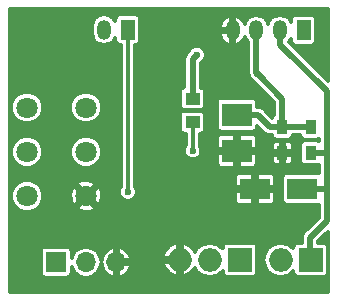
<source format=gbl>
G04 #@! TF.FileFunction,Copper,L2,Bot,Signal*
%FSLAX46Y46*%
G04 Gerber Fmt 4.6, Leading zero omitted, Abs format (unit mm)*
G04 Created by KiCad (PCBNEW 4.0.4-1.fc24-product) date Mon Apr 30 10:47:46 2018*
%MOMM*%
%LPD*%
G01*
G04 APERTURE LIST*
%ADD10C,0.100000*%
%ADD11C,1.800000*%
%ADD12O,1.998980X1.998980*%
%ADD13R,1.998980X1.998980*%
%ADD14R,1.200000X1.700000*%
%ADD15O,1.200000X1.700000*%
%ADD16R,0.900000X1.200000*%
%ADD17R,2.499360X1.800860*%
%ADD18R,1.250000X1.000000*%
%ADD19R,1.700000X1.700000*%
%ADD20O,1.700000X1.700000*%
%ADD21R,2.499360X1.950720*%
%ADD22C,0.600000*%
%ADD23C,0.500000*%
%ADD24C,0.300000*%
G04 APERTURE END LIST*
D10*
D11*
X147989370Y-106850738D03*
X147989370Y-110600738D03*
X147989370Y-114350738D03*
X152989370Y-106850738D03*
X152989370Y-110600738D03*
X152989370Y-114350738D03*
D12*
X160909370Y-119750738D03*
D13*
X165989370Y-119750738D03*
D12*
X163449370Y-119750738D03*
D14*
X156489370Y-100250738D03*
D15*
X154489370Y-100250738D03*
D14*
X171382033Y-100318381D03*
D15*
X169382033Y-100318381D03*
X167382033Y-100318381D03*
X165382033Y-100318381D03*
D12*
X169449370Y-119750738D03*
D13*
X171989370Y-119750738D03*
D16*
X171989370Y-110700738D03*
X171989370Y-108500738D03*
X169589370Y-108500738D03*
X169589370Y-110700738D03*
D17*
X171288350Y-113750738D03*
X167290390Y-113750738D03*
D18*
X161989370Y-106100738D03*
X161989370Y-108100738D03*
D19*
X150449370Y-119950738D03*
D20*
X152989370Y-119950738D03*
X155529370Y-119950738D03*
D21*
X165750000Y-107476000D03*
X165750000Y-110524000D03*
D22*
X167489370Y-104000738D03*
X158738632Y-107250000D03*
X171989370Y-116140738D03*
X163209370Y-111700738D03*
X161989370Y-110500738D03*
X162339370Y-102400738D03*
X173349370Y-108600738D03*
X156489370Y-114000738D03*
D23*
X165750000Y-107476000D02*
X167499680Y-107476000D01*
X167499680Y-107476000D02*
X168524418Y-108500738D01*
X168524418Y-108500738D02*
X169589370Y-108500738D01*
X167489370Y-104000738D02*
X169589370Y-106100738D01*
X167389370Y-103900738D02*
X167489370Y-104000738D01*
X167389370Y-100250738D02*
X167389370Y-103900738D01*
X169589370Y-106100738D02*
X169589370Y-108500738D01*
X167389370Y-100300738D02*
X167389370Y-100550738D01*
X171989370Y-108500738D02*
X169589370Y-108500738D01*
D24*
X161989370Y-108100738D02*
X161989370Y-110500738D01*
D23*
X169389370Y-100300738D02*
X169389370Y-101525718D01*
X169389370Y-101525718D02*
X173349370Y-105485718D01*
X173349370Y-108176474D02*
X173349370Y-108600738D01*
X173349370Y-105485718D02*
X173349370Y-108176474D01*
X173349370Y-110700738D02*
X173349370Y-113750738D01*
X173349370Y-113750738D02*
X173349370Y-113989398D01*
X171288350Y-113750738D02*
X173349370Y-113750738D01*
X161989370Y-106100738D02*
X161989370Y-102750738D01*
X161989370Y-102750738D02*
X162339370Y-102400738D01*
X171929370Y-117901248D02*
X171929370Y-119700738D01*
X173349370Y-108600738D02*
X173349370Y-110700738D01*
X173349370Y-113989398D02*
X173349370Y-114300738D01*
X173349370Y-114300738D02*
X173349370Y-116481248D01*
X173349370Y-116481248D02*
X171929370Y-117901248D01*
X171989370Y-110700738D02*
X172939370Y-110700738D01*
X172939370Y-110700738D02*
X173349370Y-110700738D01*
D24*
X156489370Y-100250738D02*
X156489370Y-114000738D01*
G36*
X173464370Y-104610768D02*
X170150698Y-101297096D01*
X170323217Y-101038905D01*
X170323217Y-101168381D01*
X170354595Y-101335141D01*
X170453150Y-101488300D01*
X170603528Y-101591049D01*
X170782033Y-101627197D01*
X171982033Y-101627197D01*
X172148793Y-101595819D01*
X172301952Y-101497264D01*
X172404701Y-101346886D01*
X172440849Y-101168381D01*
X172440849Y-99468381D01*
X172409471Y-99301621D01*
X172310916Y-99148462D01*
X172160538Y-99045713D01*
X171982033Y-99009565D01*
X170782033Y-99009565D01*
X170615273Y-99040943D01*
X170462114Y-99139498D01*
X170359365Y-99289876D01*
X170323217Y-99468381D01*
X170323217Y-99597857D01*
X170124495Y-99300450D01*
X169783851Y-99072838D01*
X169382033Y-98992912D01*
X168980215Y-99072838D01*
X168639571Y-99300450D01*
X168411959Y-99641094D01*
X168382033Y-99791543D01*
X168352107Y-99641094D01*
X168124495Y-99300450D01*
X167783851Y-99072838D01*
X167382033Y-98992912D01*
X166980215Y-99072838D01*
X166639571Y-99300450D01*
X166411959Y-99641094D01*
X166383752Y-99782903D01*
X166335616Y-99601308D01*
X166084288Y-99271941D01*
X165692758Y-99065411D01*
X165532033Y-99142959D01*
X165532033Y-100168381D01*
X165552033Y-100168381D01*
X165552033Y-100468381D01*
X165532033Y-100468381D01*
X165532033Y-101493803D01*
X165692758Y-101571351D01*
X166084288Y-101364821D01*
X166335616Y-101035454D01*
X166383752Y-100853859D01*
X166411959Y-100995668D01*
X166639571Y-101336312D01*
X166689370Y-101369587D01*
X166689370Y-103900738D01*
X166742654Y-104168617D01*
X166754658Y-104186582D01*
X166853181Y-104425024D01*
X167063975Y-104636186D01*
X167185209Y-104686527D01*
X168889370Y-106390687D01*
X168889370Y-107526863D01*
X168819451Y-107571855D01*
X168724480Y-107710850D01*
X167994655Y-106981025D01*
X167767559Y-106829284D01*
X167499680Y-106776000D01*
X167458496Y-106776000D01*
X167458496Y-106500640D01*
X167427118Y-106333880D01*
X167328563Y-106180721D01*
X167178185Y-106077972D01*
X166999680Y-106041824D01*
X164500320Y-106041824D01*
X164333560Y-106073202D01*
X164180401Y-106171757D01*
X164077652Y-106322135D01*
X164041504Y-106500640D01*
X164041504Y-108451360D01*
X164072882Y-108618120D01*
X164171437Y-108771279D01*
X164321815Y-108874028D01*
X164500320Y-108910176D01*
X166999680Y-108910176D01*
X167166440Y-108878798D01*
X167319599Y-108780243D01*
X167422348Y-108629865D01*
X167458496Y-108451360D01*
X167458496Y-108424766D01*
X168029441Y-108995710D01*
X168029443Y-108995713D01*
X168256540Y-109147454D01*
X168524418Y-109200738D01*
X168699370Y-109200738D01*
X168711932Y-109267498D01*
X168810487Y-109420657D01*
X168960865Y-109523406D01*
X169139370Y-109559554D01*
X170039370Y-109559554D01*
X170206130Y-109528176D01*
X170359289Y-109429621D01*
X170462038Y-109279243D01*
X170477936Y-109200738D01*
X171099370Y-109200738D01*
X171111932Y-109267498D01*
X171210487Y-109420657D01*
X171360865Y-109523406D01*
X171539370Y-109559554D01*
X172439370Y-109559554D01*
X172606130Y-109528176D01*
X172649370Y-109500352D01*
X172649370Y-109699590D01*
X172617875Y-109678070D01*
X172439370Y-109641922D01*
X171539370Y-109641922D01*
X171372610Y-109673300D01*
X171219451Y-109771855D01*
X171116702Y-109922233D01*
X171080554Y-110100738D01*
X171080554Y-111300738D01*
X171111932Y-111467498D01*
X171210487Y-111620657D01*
X171360865Y-111723406D01*
X171539370Y-111759554D01*
X172439370Y-111759554D01*
X172606130Y-111728176D01*
X172649370Y-111700352D01*
X172649370Y-112414039D01*
X172538030Y-112391492D01*
X170038670Y-112391492D01*
X169871910Y-112422870D01*
X169718751Y-112521425D01*
X169616002Y-112671803D01*
X169579854Y-112850308D01*
X169579854Y-114651168D01*
X169611232Y-114817928D01*
X169709787Y-114971087D01*
X169860165Y-115073836D01*
X170038670Y-115109984D01*
X172538030Y-115109984D01*
X172649370Y-115089034D01*
X172649370Y-116191298D01*
X171434395Y-117406273D01*
X171282654Y-117633369D01*
X171282654Y-117633370D01*
X171229370Y-117901248D01*
X171229370Y-118292432D01*
X170989880Y-118292432D01*
X170823120Y-118323810D01*
X170669961Y-118422365D01*
X170567212Y-118572743D01*
X170531064Y-118751248D01*
X170531064Y-118768227D01*
X170502711Y-118725794D01*
X170032463Y-118411584D01*
X169477767Y-118301248D01*
X169420973Y-118301248D01*
X168866277Y-118411584D01*
X168396029Y-118725794D01*
X168081819Y-119196042D01*
X167971483Y-119750738D01*
X168081819Y-120305434D01*
X168396029Y-120775682D01*
X168866277Y-121089892D01*
X169420973Y-121200228D01*
X169477767Y-121200228D01*
X170032463Y-121089892D01*
X170502711Y-120775682D01*
X170531064Y-120733249D01*
X170531064Y-120750228D01*
X170562442Y-120916988D01*
X170660997Y-121070147D01*
X170811375Y-121172896D01*
X170989880Y-121209044D01*
X172988860Y-121209044D01*
X173155620Y-121177666D01*
X173308779Y-121079111D01*
X173411528Y-120928733D01*
X173447676Y-120750228D01*
X173447676Y-118751248D01*
X173416298Y-118584488D01*
X173317743Y-118431329D01*
X173167365Y-118328580D01*
X172988860Y-118292432D01*
X172629370Y-118292432D01*
X172629370Y-118191198D01*
X173464370Y-117356198D01*
X173464370Y-122475738D01*
X146514370Y-122475738D01*
X146514370Y-119100738D01*
X149140554Y-119100738D01*
X149140554Y-120800738D01*
X149171932Y-120967498D01*
X149270487Y-121120657D01*
X149420865Y-121223406D01*
X149599370Y-121259554D01*
X151299370Y-121259554D01*
X151466130Y-121228176D01*
X151619289Y-121129621D01*
X151722038Y-120979243D01*
X151758186Y-120800738D01*
X151758186Y-120322167D01*
X151788327Y-120473695D01*
X152070131Y-120895446D01*
X152491882Y-121177250D01*
X152989370Y-121276207D01*
X153486858Y-121177250D01*
X153908609Y-120895446D01*
X154190413Y-120473695D01*
X154264599Y-120100740D01*
X154350539Y-120100740D01*
X154277404Y-120300900D01*
X154506705Y-120753352D01*
X154891698Y-121083614D01*
X155179210Y-121202692D01*
X155379370Y-121128726D01*
X155379370Y-120100738D01*
X155679370Y-120100738D01*
X155679370Y-121128726D01*
X155879530Y-121202692D01*
X156167042Y-121083614D01*
X156552035Y-120753352D01*
X156781336Y-120300900D01*
X156716855Y-120124424D01*
X159508877Y-120124424D01*
X159654827Y-120476807D01*
X160028178Y-120901631D01*
X160535682Y-121151242D01*
X160759370Y-121079957D01*
X160759370Y-119900738D01*
X159580821Y-119900738D01*
X159508877Y-120124424D01*
X156716855Y-120124424D01*
X156708200Y-120100738D01*
X155679370Y-120100738D01*
X155379370Y-120100738D01*
X155359370Y-120100738D01*
X155359370Y-119800738D01*
X155379370Y-119800738D01*
X155379370Y-118772750D01*
X155679370Y-118772750D01*
X155679370Y-119800738D01*
X156708200Y-119800738D01*
X156781336Y-119600576D01*
X156668055Y-119377052D01*
X159508877Y-119377052D01*
X159580821Y-119600738D01*
X160759370Y-119600738D01*
X160759370Y-118421519D01*
X161059370Y-118421519D01*
X161059370Y-119600738D01*
X161079370Y-119600738D01*
X161079370Y-119900738D01*
X161059370Y-119900738D01*
X161059370Y-121079957D01*
X161283058Y-121151242D01*
X161790562Y-120901631D01*
X162163913Y-120476807D01*
X162176317Y-120446860D01*
X162396029Y-120775682D01*
X162866277Y-121089892D01*
X163420973Y-121200228D01*
X163477767Y-121200228D01*
X164032463Y-121089892D01*
X164502711Y-120775682D01*
X164531064Y-120733249D01*
X164531064Y-120750228D01*
X164562442Y-120916988D01*
X164660997Y-121070147D01*
X164811375Y-121172896D01*
X164989880Y-121209044D01*
X166988860Y-121209044D01*
X167155620Y-121177666D01*
X167308779Y-121079111D01*
X167411528Y-120928733D01*
X167447676Y-120750228D01*
X167447676Y-118751248D01*
X167416298Y-118584488D01*
X167317743Y-118431329D01*
X167167365Y-118328580D01*
X166988860Y-118292432D01*
X164989880Y-118292432D01*
X164823120Y-118323810D01*
X164669961Y-118422365D01*
X164567212Y-118572743D01*
X164531064Y-118751248D01*
X164531064Y-118768227D01*
X164502711Y-118725794D01*
X164032463Y-118411584D01*
X163477767Y-118301248D01*
X163420973Y-118301248D01*
X162866277Y-118411584D01*
X162396029Y-118725794D01*
X162176317Y-119054616D01*
X162163913Y-119024669D01*
X161790562Y-118599845D01*
X161283058Y-118350234D01*
X161059370Y-118421519D01*
X160759370Y-118421519D01*
X160535682Y-118350234D01*
X160028178Y-118599845D01*
X159654827Y-119024669D01*
X159508877Y-119377052D01*
X156668055Y-119377052D01*
X156552035Y-119148124D01*
X156167042Y-118817862D01*
X155879530Y-118698784D01*
X155679370Y-118772750D01*
X155379370Y-118772750D01*
X155179210Y-118698784D01*
X154891698Y-118817862D01*
X154506705Y-119148124D01*
X154277404Y-119600576D01*
X154350539Y-119800736D01*
X154264599Y-119800736D01*
X154190413Y-119427781D01*
X153908609Y-119006030D01*
X153486858Y-118724226D01*
X152989370Y-118625269D01*
X152491882Y-118724226D01*
X152070131Y-119006030D01*
X151788327Y-119427781D01*
X151758186Y-119579309D01*
X151758186Y-119100738D01*
X151726808Y-118933978D01*
X151628253Y-118780819D01*
X151477875Y-118678070D01*
X151299370Y-118641922D01*
X149599370Y-118641922D01*
X149432610Y-118673300D01*
X149279451Y-118771855D01*
X149176702Y-118922233D01*
X149140554Y-119100738D01*
X146514370Y-119100738D01*
X146514370Y-114618091D01*
X146639136Y-114618091D01*
X146844228Y-115114453D01*
X147223658Y-115494545D01*
X147719660Y-115700503D01*
X148256723Y-115700972D01*
X148753085Y-115495880D01*
X148904995Y-115344234D01*
X152208006Y-115344234D01*
X152306486Y-115545843D01*
X152815814Y-115716200D01*
X153351566Y-115678677D01*
X153672254Y-115545843D01*
X153770734Y-115344234D01*
X152989370Y-114562870D01*
X152208006Y-115344234D01*
X148904995Y-115344234D01*
X149133177Y-115116450D01*
X149339135Y-114620448D01*
X149339522Y-114177182D01*
X151623908Y-114177182D01*
X151661431Y-114712934D01*
X151794265Y-115033622D01*
X151995874Y-115132102D01*
X152777238Y-114350738D01*
X153201502Y-114350738D01*
X153982866Y-115132102D01*
X154184475Y-115033622D01*
X154354832Y-114524294D01*
X154317309Y-113988542D01*
X154184475Y-113667854D01*
X153982866Y-113569374D01*
X153201502Y-114350738D01*
X152777238Y-114350738D01*
X151995874Y-113569374D01*
X151794265Y-113667854D01*
X151623908Y-114177182D01*
X149339522Y-114177182D01*
X149339604Y-114083385D01*
X149134512Y-113587023D01*
X148905132Y-113357242D01*
X152208006Y-113357242D01*
X152989370Y-114138606D01*
X153770734Y-113357242D01*
X153672254Y-113155633D01*
X153162926Y-112985276D01*
X152627174Y-113022799D01*
X152306486Y-113155633D01*
X152208006Y-113357242D01*
X148905132Y-113357242D01*
X148755082Y-113206931D01*
X148259080Y-113000973D01*
X147722017Y-113000504D01*
X147225655Y-113205596D01*
X146845563Y-113585026D01*
X146639605Y-114081028D01*
X146639136Y-114618091D01*
X146514370Y-114618091D01*
X146514370Y-110868091D01*
X146639136Y-110868091D01*
X146844228Y-111364453D01*
X147223658Y-111744545D01*
X147719660Y-111950503D01*
X148256723Y-111950972D01*
X148753085Y-111745880D01*
X149133177Y-111366450D01*
X149339135Y-110870448D01*
X149339137Y-110868091D01*
X151639136Y-110868091D01*
X151844228Y-111364453D01*
X152223658Y-111744545D01*
X152719660Y-111950503D01*
X153256723Y-111950972D01*
X153753085Y-111745880D01*
X154133177Y-111366450D01*
X154339135Y-110870448D01*
X154339604Y-110333385D01*
X154134512Y-109837023D01*
X153755082Y-109456931D01*
X153259080Y-109250973D01*
X152722017Y-109250504D01*
X152225655Y-109455596D01*
X151845563Y-109835026D01*
X151639605Y-110331028D01*
X151639136Y-110868091D01*
X149339137Y-110868091D01*
X149339604Y-110333385D01*
X149134512Y-109837023D01*
X148755082Y-109456931D01*
X148259080Y-109250973D01*
X147722017Y-109250504D01*
X147225655Y-109455596D01*
X146845563Y-109835026D01*
X146639605Y-110331028D01*
X146639136Y-110868091D01*
X146514370Y-110868091D01*
X146514370Y-107118091D01*
X146639136Y-107118091D01*
X146844228Y-107614453D01*
X147223658Y-107994545D01*
X147719660Y-108200503D01*
X148256723Y-108200972D01*
X148753085Y-107995880D01*
X149133177Y-107616450D01*
X149339135Y-107120448D01*
X149339137Y-107118091D01*
X151639136Y-107118091D01*
X151844228Y-107614453D01*
X152223658Y-107994545D01*
X152719660Y-108200503D01*
X153256723Y-108200972D01*
X153753085Y-107995880D01*
X154133177Y-107616450D01*
X154339135Y-107120448D01*
X154339604Y-106583385D01*
X154134512Y-106087023D01*
X153755082Y-105706931D01*
X153259080Y-105500973D01*
X152722017Y-105500504D01*
X152225655Y-105705596D01*
X151845563Y-106085026D01*
X151639605Y-106581028D01*
X151639136Y-107118091D01*
X149339137Y-107118091D01*
X149339604Y-106583385D01*
X149134512Y-106087023D01*
X148755082Y-105706931D01*
X148259080Y-105500973D01*
X147722017Y-105500504D01*
X147225655Y-105705596D01*
X146845563Y-106085026D01*
X146639605Y-106581028D01*
X146639136Y-107118091D01*
X146514370Y-107118091D01*
X146514370Y-99975269D01*
X153439370Y-99975269D01*
X153439370Y-100526207D01*
X153519296Y-100928025D01*
X153746908Y-101268669D01*
X154087552Y-101496281D01*
X154489370Y-101576207D01*
X154891188Y-101496281D01*
X155231832Y-101268669D01*
X155430554Y-100971262D01*
X155430554Y-101100738D01*
X155461932Y-101267498D01*
X155560487Y-101420657D01*
X155710865Y-101523406D01*
X155889370Y-101559554D01*
X155889370Y-113539957D01*
X155853922Y-113575343D01*
X155739501Y-113850899D01*
X155739240Y-114149268D01*
X155853181Y-114425024D01*
X156063975Y-114636186D01*
X156339531Y-114750607D01*
X156637900Y-114750868D01*
X156913656Y-114636927D01*
X157124818Y-114426133D01*
X157239239Y-114150577D01*
X157239359Y-114013238D01*
X165590710Y-114013238D01*
X165590710Y-114740678D01*
X165659218Y-114906072D01*
X165785805Y-115032659D01*
X165951199Y-115101168D01*
X167027890Y-115101168D01*
X167140390Y-114988668D01*
X167140390Y-113900738D01*
X167440390Y-113900738D01*
X167440390Y-114988668D01*
X167552890Y-115101168D01*
X168629581Y-115101168D01*
X168794975Y-115032659D01*
X168921562Y-114906072D01*
X168990070Y-114740678D01*
X168990070Y-114013238D01*
X168877570Y-113900738D01*
X167440390Y-113900738D01*
X167140390Y-113900738D01*
X165703210Y-113900738D01*
X165590710Y-114013238D01*
X157239359Y-114013238D01*
X157239500Y-113852208D01*
X157125559Y-113576452D01*
X157089370Y-113540200D01*
X157089370Y-112760798D01*
X165590710Y-112760798D01*
X165590710Y-113488238D01*
X165703210Y-113600738D01*
X167140390Y-113600738D01*
X167140390Y-112512808D01*
X167440390Y-112512808D01*
X167440390Y-113600738D01*
X168877570Y-113600738D01*
X168990070Y-113488238D01*
X168990070Y-112760798D01*
X168921562Y-112595404D01*
X168794975Y-112468817D01*
X168629581Y-112400308D01*
X167552890Y-112400308D01*
X167440390Y-112512808D01*
X167140390Y-112512808D01*
X167027890Y-112400308D01*
X165951199Y-112400308D01*
X165785805Y-112468817D01*
X165659218Y-112595404D01*
X165590710Y-112760798D01*
X157089370Y-112760798D01*
X157089370Y-107600738D01*
X160905554Y-107600738D01*
X160905554Y-108600738D01*
X160936932Y-108767498D01*
X161035487Y-108920657D01*
X161185865Y-109023406D01*
X161364370Y-109059554D01*
X161389370Y-109059554D01*
X161389370Y-110039957D01*
X161353922Y-110075343D01*
X161239501Y-110350899D01*
X161239240Y-110649268D01*
X161353181Y-110925024D01*
X161563975Y-111136186D01*
X161839531Y-111250607D01*
X162137900Y-111250868D01*
X162413656Y-111136927D01*
X162624818Y-110926133D01*
X162682798Y-110786500D01*
X164050320Y-110786500D01*
X164050320Y-111588871D01*
X164118829Y-111754265D01*
X164245416Y-111880852D01*
X164410810Y-111949360D01*
X165487500Y-111949360D01*
X165600000Y-111836860D01*
X165600000Y-110674000D01*
X165900000Y-110674000D01*
X165900000Y-111836860D01*
X166012500Y-111949360D01*
X167089190Y-111949360D01*
X167254584Y-111880852D01*
X167381171Y-111754265D01*
X167449680Y-111588871D01*
X167449680Y-110963238D01*
X168689370Y-110963238D01*
X168689370Y-111390249D01*
X168757879Y-111555643D01*
X168884466Y-111682230D01*
X169049860Y-111750738D01*
X169326870Y-111750738D01*
X169439370Y-111638238D01*
X169439370Y-110850738D01*
X169739370Y-110850738D01*
X169739370Y-111638238D01*
X169851870Y-111750738D01*
X170128880Y-111750738D01*
X170294274Y-111682230D01*
X170420861Y-111555643D01*
X170489370Y-111390249D01*
X170489370Y-110963238D01*
X170376870Y-110850738D01*
X169739370Y-110850738D01*
X169439370Y-110850738D01*
X168801870Y-110850738D01*
X168689370Y-110963238D01*
X167449680Y-110963238D01*
X167449680Y-110786500D01*
X167337180Y-110674000D01*
X165900000Y-110674000D01*
X165600000Y-110674000D01*
X164162820Y-110674000D01*
X164050320Y-110786500D01*
X162682798Y-110786500D01*
X162739239Y-110650577D01*
X162739500Y-110352208D01*
X162625559Y-110076452D01*
X162589370Y-110040200D01*
X162589370Y-109459129D01*
X164050320Y-109459129D01*
X164050320Y-110261500D01*
X164162820Y-110374000D01*
X165600000Y-110374000D01*
X165600000Y-109211140D01*
X165900000Y-109211140D01*
X165900000Y-110374000D01*
X167337180Y-110374000D01*
X167449680Y-110261500D01*
X167449680Y-110011227D01*
X168689370Y-110011227D01*
X168689370Y-110438238D01*
X168801870Y-110550738D01*
X169439370Y-110550738D01*
X169439370Y-109763238D01*
X169739370Y-109763238D01*
X169739370Y-110550738D01*
X170376870Y-110550738D01*
X170489370Y-110438238D01*
X170489370Y-110011227D01*
X170420861Y-109845833D01*
X170294274Y-109719246D01*
X170128880Y-109650738D01*
X169851870Y-109650738D01*
X169739370Y-109763238D01*
X169439370Y-109763238D01*
X169326870Y-109650738D01*
X169049860Y-109650738D01*
X168884466Y-109719246D01*
X168757879Y-109845833D01*
X168689370Y-110011227D01*
X167449680Y-110011227D01*
X167449680Y-109459129D01*
X167381171Y-109293735D01*
X167254584Y-109167148D01*
X167089190Y-109098640D01*
X166012500Y-109098640D01*
X165900000Y-109211140D01*
X165600000Y-109211140D01*
X165487500Y-109098640D01*
X164410810Y-109098640D01*
X164245416Y-109167148D01*
X164118829Y-109293735D01*
X164050320Y-109459129D01*
X162589370Y-109459129D01*
X162589370Y-109059554D01*
X162614370Y-109059554D01*
X162781130Y-109028176D01*
X162934289Y-108929621D01*
X163037038Y-108779243D01*
X163073186Y-108600738D01*
X163073186Y-107600738D01*
X163041808Y-107433978D01*
X162943253Y-107280819D01*
X162792875Y-107178070D01*
X162614370Y-107141922D01*
X161364370Y-107141922D01*
X161197610Y-107173300D01*
X161044451Y-107271855D01*
X160941702Y-107422233D01*
X160905554Y-107600738D01*
X157089370Y-107600738D01*
X157089370Y-105600738D01*
X160905554Y-105600738D01*
X160905554Y-106600738D01*
X160936932Y-106767498D01*
X161035487Y-106920657D01*
X161185865Y-107023406D01*
X161364370Y-107059554D01*
X162614370Y-107059554D01*
X162781130Y-107028176D01*
X162934289Y-106929621D01*
X163037038Y-106779243D01*
X163073186Y-106600738D01*
X163073186Y-105600738D01*
X163041808Y-105433978D01*
X162943253Y-105280819D01*
X162792875Y-105178070D01*
X162689370Y-105157110D01*
X162689370Y-103067622D01*
X162763656Y-103036927D01*
X162974818Y-102826133D01*
X163089239Y-102550577D01*
X163089500Y-102252208D01*
X162975559Y-101976452D01*
X162764765Y-101765290D01*
X162489209Y-101650869D01*
X162190840Y-101650608D01*
X161915084Y-101764549D01*
X161703922Y-101975343D01*
X161653581Y-102096577D01*
X161494395Y-102255763D01*
X161342654Y-102482859D01*
X161342654Y-102482860D01*
X161289370Y-102750738D01*
X161289370Y-105156034D01*
X161197610Y-105173300D01*
X161044451Y-105271855D01*
X160941702Y-105422233D01*
X160905554Y-105600738D01*
X157089370Y-105600738D01*
X157089370Y-101559554D01*
X157256130Y-101528176D01*
X157409289Y-101429621D01*
X157512038Y-101279243D01*
X157548186Y-101100738D01*
X157548186Y-100634980D01*
X164322296Y-100634980D01*
X164428450Y-101035454D01*
X164679778Y-101364821D01*
X165071308Y-101571351D01*
X165232033Y-101493803D01*
X165232033Y-100468381D01*
X164437425Y-100468381D01*
X164322296Y-100634980D01*
X157548186Y-100634980D01*
X157548186Y-100001782D01*
X164322296Y-100001782D01*
X164437425Y-100168381D01*
X165232033Y-100168381D01*
X165232033Y-99142959D01*
X165071308Y-99065411D01*
X164679778Y-99271941D01*
X164428450Y-99601308D01*
X164322296Y-100001782D01*
X157548186Y-100001782D01*
X157548186Y-99400738D01*
X157516808Y-99233978D01*
X157418253Y-99080819D01*
X157267875Y-98978070D01*
X157089370Y-98941922D01*
X155889370Y-98941922D01*
X155722610Y-98973300D01*
X155569451Y-99071855D01*
X155466702Y-99222233D01*
X155430554Y-99400738D01*
X155430554Y-99530214D01*
X155231832Y-99232807D01*
X154891188Y-99005195D01*
X154489370Y-98925269D01*
X154087552Y-99005195D01*
X153746908Y-99232807D01*
X153519296Y-99573451D01*
X153439370Y-99975269D01*
X146514370Y-99975269D01*
X146514370Y-98525738D01*
X173464370Y-98525738D01*
X173464370Y-104610768D01*
X173464370Y-104610768D01*
G37*
X173464370Y-104610768D02*
X170150698Y-101297096D01*
X170323217Y-101038905D01*
X170323217Y-101168381D01*
X170354595Y-101335141D01*
X170453150Y-101488300D01*
X170603528Y-101591049D01*
X170782033Y-101627197D01*
X171982033Y-101627197D01*
X172148793Y-101595819D01*
X172301952Y-101497264D01*
X172404701Y-101346886D01*
X172440849Y-101168381D01*
X172440849Y-99468381D01*
X172409471Y-99301621D01*
X172310916Y-99148462D01*
X172160538Y-99045713D01*
X171982033Y-99009565D01*
X170782033Y-99009565D01*
X170615273Y-99040943D01*
X170462114Y-99139498D01*
X170359365Y-99289876D01*
X170323217Y-99468381D01*
X170323217Y-99597857D01*
X170124495Y-99300450D01*
X169783851Y-99072838D01*
X169382033Y-98992912D01*
X168980215Y-99072838D01*
X168639571Y-99300450D01*
X168411959Y-99641094D01*
X168382033Y-99791543D01*
X168352107Y-99641094D01*
X168124495Y-99300450D01*
X167783851Y-99072838D01*
X167382033Y-98992912D01*
X166980215Y-99072838D01*
X166639571Y-99300450D01*
X166411959Y-99641094D01*
X166383752Y-99782903D01*
X166335616Y-99601308D01*
X166084288Y-99271941D01*
X165692758Y-99065411D01*
X165532033Y-99142959D01*
X165532033Y-100168381D01*
X165552033Y-100168381D01*
X165552033Y-100468381D01*
X165532033Y-100468381D01*
X165532033Y-101493803D01*
X165692758Y-101571351D01*
X166084288Y-101364821D01*
X166335616Y-101035454D01*
X166383752Y-100853859D01*
X166411959Y-100995668D01*
X166639571Y-101336312D01*
X166689370Y-101369587D01*
X166689370Y-103900738D01*
X166742654Y-104168617D01*
X166754658Y-104186582D01*
X166853181Y-104425024D01*
X167063975Y-104636186D01*
X167185209Y-104686527D01*
X168889370Y-106390687D01*
X168889370Y-107526863D01*
X168819451Y-107571855D01*
X168724480Y-107710850D01*
X167994655Y-106981025D01*
X167767559Y-106829284D01*
X167499680Y-106776000D01*
X167458496Y-106776000D01*
X167458496Y-106500640D01*
X167427118Y-106333880D01*
X167328563Y-106180721D01*
X167178185Y-106077972D01*
X166999680Y-106041824D01*
X164500320Y-106041824D01*
X164333560Y-106073202D01*
X164180401Y-106171757D01*
X164077652Y-106322135D01*
X164041504Y-106500640D01*
X164041504Y-108451360D01*
X164072882Y-108618120D01*
X164171437Y-108771279D01*
X164321815Y-108874028D01*
X164500320Y-108910176D01*
X166999680Y-108910176D01*
X167166440Y-108878798D01*
X167319599Y-108780243D01*
X167422348Y-108629865D01*
X167458496Y-108451360D01*
X167458496Y-108424766D01*
X168029441Y-108995710D01*
X168029443Y-108995713D01*
X168256540Y-109147454D01*
X168524418Y-109200738D01*
X168699370Y-109200738D01*
X168711932Y-109267498D01*
X168810487Y-109420657D01*
X168960865Y-109523406D01*
X169139370Y-109559554D01*
X170039370Y-109559554D01*
X170206130Y-109528176D01*
X170359289Y-109429621D01*
X170462038Y-109279243D01*
X170477936Y-109200738D01*
X171099370Y-109200738D01*
X171111932Y-109267498D01*
X171210487Y-109420657D01*
X171360865Y-109523406D01*
X171539370Y-109559554D01*
X172439370Y-109559554D01*
X172606130Y-109528176D01*
X172649370Y-109500352D01*
X172649370Y-109699590D01*
X172617875Y-109678070D01*
X172439370Y-109641922D01*
X171539370Y-109641922D01*
X171372610Y-109673300D01*
X171219451Y-109771855D01*
X171116702Y-109922233D01*
X171080554Y-110100738D01*
X171080554Y-111300738D01*
X171111932Y-111467498D01*
X171210487Y-111620657D01*
X171360865Y-111723406D01*
X171539370Y-111759554D01*
X172439370Y-111759554D01*
X172606130Y-111728176D01*
X172649370Y-111700352D01*
X172649370Y-112414039D01*
X172538030Y-112391492D01*
X170038670Y-112391492D01*
X169871910Y-112422870D01*
X169718751Y-112521425D01*
X169616002Y-112671803D01*
X169579854Y-112850308D01*
X169579854Y-114651168D01*
X169611232Y-114817928D01*
X169709787Y-114971087D01*
X169860165Y-115073836D01*
X170038670Y-115109984D01*
X172538030Y-115109984D01*
X172649370Y-115089034D01*
X172649370Y-116191298D01*
X171434395Y-117406273D01*
X171282654Y-117633369D01*
X171282654Y-117633370D01*
X171229370Y-117901248D01*
X171229370Y-118292432D01*
X170989880Y-118292432D01*
X170823120Y-118323810D01*
X170669961Y-118422365D01*
X170567212Y-118572743D01*
X170531064Y-118751248D01*
X170531064Y-118768227D01*
X170502711Y-118725794D01*
X170032463Y-118411584D01*
X169477767Y-118301248D01*
X169420973Y-118301248D01*
X168866277Y-118411584D01*
X168396029Y-118725794D01*
X168081819Y-119196042D01*
X167971483Y-119750738D01*
X168081819Y-120305434D01*
X168396029Y-120775682D01*
X168866277Y-121089892D01*
X169420973Y-121200228D01*
X169477767Y-121200228D01*
X170032463Y-121089892D01*
X170502711Y-120775682D01*
X170531064Y-120733249D01*
X170531064Y-120750228D01*
X170562442Y-120916988D01*
X170660997Y-121070147D01*
X170811375Y-121172896D01*
X170989880Y-121209044D01*
X172988860Y-121209044D01*
X173155620Y-121177666D01*
X173308779Y-121079111D01*
X173411528Y-120928733D01*
X173447676Y-120750228D01*
X173447676Y-118751248D01*
X173416298Y-118584488D01*
X173317743Y-118431329D01*
X173167365Y-118328580D01*
X172988860Y-118292432D01*
X172629370Y-118292432D01*
X172629370Y-118191198D01*
X173464370Y-117356198D01*
X173464370Y-122475738D01*
X146514370Y-122475738D01*
X146514370Y-119100738D01*
X149140554Y-119100738D01*
X149140554Y-120800738D01*
X149171932Y-120967498D01*
X149270487Y-121120657D01*
X149420865Y-121223406D01*
X149599370Y-121259554D01*
X151299370Y-121259554D01*
X151466130Y-121228176D01*
X151619289Y-121129621D01*
X151722038Y-120979243D01*
X151758186Y-120800738D01*
X151758186Y-120322167D01*
X151788327Y-120473695D01*
X152070131Y-120895446D01*
X152491882Y-121177250D01*
X152989370Y-121276207D01*
X153486858Y-121177250D01*
X153908609Y-120895446D01*
X154190413Y-120473695D01*
X154264599Y-120100740D01*
X154350539Y-120100740D01*
X154277404Y-120300900D01*
X154506705Y-120753352D01*
X154891698Y-121083614D01*
X155179210Y-121202692D01*
X155379370Y-121128726D01*
X155379370Y-120100738D01*
X155679370Y-120100738D01*
X155679370Y-121128726D01*
X155879530Y-121202692D01*
X156167042Y-121083614D01*
X156552035Y-120753352D01*
X156781336Y-120300900D01*
X156716855Y-120124424D01*
X159508877Y-120124424D01*
X159654827Y-120476807D01*
X160028178Y-120901631D01*
X160535682Y-121151242D01*
X160759370Y-121079957D01*
X160759370Y-119900738D01*
X159580821Y-119900738D01*
X159508877Y-120124424D01*
X156716855Y-120124424D01*
X156708200Y-120100738D01*
X155679370Y-120100738D01*
X155379370Y-120100738D01*
X155359370Y-120100738D01*
X155359370Y-119800738D01*
X155379370Y-119800738D01*
X155379370Y-118772750D01*
X155679370Y-118772750D01*
X155679370Y-119800738D01*
X156708200Y-119800738D01*
X156781336Y-119600576D01*
X156668055Y-119377052D01*
X159508877Y-119377052D01*
X159580821Y-119600738D01*
X160759370Y-119600738D01*
X160759370Y-118421519D01*
X161059370Y-118421519D01*
X161059370Y-119600738D01*
X161079370Y-119600738D01*
X161079370Y-119900738D01*
X161059370Y-119900738D01*
X161059370Y-121079957D01*
X161283058Y-121151242D01*
X161790562Y-120901631D01*
X162163913Y-120476807D01*
X162176317Y-120446860D01*
X162396029Y-120775682D01*
X162866277Y-121089892D01*
X163420973Y-121200228D01*
X163477767Y-121200228D01*
X164032463Y-121089892D01*
X164502711Y-120775682D01*
X164531064Y-120733249D01*
X164531064Y-120750228D01*
X164562442Y-120916988D01*
X164660997Y-121070147D01*
X164811375Y-121172896D01*
X164989880Y-121209044D01*
X166988860Y-121209044D01*
X167155620Y-121177666D01*
X167308779Y-121079111D01*
X167411528Y-120928733D01*
X167447676Y-120750228D01*
X167447676Y-118751248D01*
X167416298Y-118584488D01*
X167317743Y-118431329D01*
X167167365Y-118328580D01*
X166988860Y-118292432D01*
X164989880Y-118292432D01*
X164823120Y-118323810D01*
X164669961Y-118422365D01*
X164567212Y-118572743D01*
X164531064Y-118751248D01*
X164531064Y-118768227D01*
X164502711Y-118725794D01*
X164032463Y-118411584D01*
X163477767Y-118301248D01*
X163420973Y-118301248D01*
X162866277Y-118411584D01*
X162396029Y-118725794D01*
X162176317Y-119054616D01*
X162163913Y-119024669D01*
X161790562Y-118599845D01*
X161283058Y-118350234D01*
X161059370Y-118421519D01*
X160759370Y-118421519D01*
X160535682Y-118350234D01*
X160028178Y-118599845D01*
X159654827Y-119024669D01*
X159508877Y-119377052D01*
X156668055Y-119377052D01*
X156552035Y-119148124D01*
X156167042Y-118817862D01*
X155879530Y-118698784D01*
X155679370Y-118772750D01*
X155379370Y-118772750D01*
X155179210Y-118698784D01*
X154891698Y-118817862D01*
X154506705Y-119148124D01*
X154277404Y-119600576D01*
X154350539Y-119800736D01*
X154264599Y-119800736D01*
X154190413Y-119427781D01*
X153908609Y-119006030D01*
X153486858Y-118724226D01*
X152989370Y-118625269D01*
X152491882Y-118724226D01*
X152070131Y-119006030D01*
X151788327Y-119427781D01*
X151758186Y-119579309D01*
X151758186Y-119100738D01*
X151726808Y-118933978D01*
X151628253Y-118780819D01*
X151477875Y-118678070D01*
X151299370Y-118641922D01*
X149599370Y-118641922D01*
X149432610Y-118673300D01*
X149279451Y-118771855D01*
X149176702Y-118922233D01*
X149140554Y-119100738D01*
X146514370Y-119100738D01*
X146514370Y-114618091D01*
X146639136Y-114618091D01*
X146844228Y-115114453D01*
X147223658Y-115494545D01*
X147719660Y-115700503D01*
X148256723Y-115700972D01*
X148753085Y-115495880D01*
X148904995Y-115344234D01*
X152208006Y-115344234D01*
X152306486Y-115545843D01*
X152815814Y-115716200D01*
X153351566Y-115678677D01*
X153672254Y-115545843D01*
X153770734Y-115344234D01*
X152989370Y-114562870D01*
X152208006Y-115344234D01*
X148904995Y-115344234D01*
X149133177Y-115116450D01*
X149339135Y-114620448D01*
X149339522Y-114177182D01*
X151623908Y-114177182D01*
X151661431Y-114712934D01*
X151794265Y-115033622D01*
X151995874Y-115132102D01*
X152777238Y-114350738D01*
X153201502Y-114350738D01*
X153982866Y-115132102D01*
X154184475Y-115033622D01*
X154354832Y-114524294D01*
X154317309Y-113988542D01*
X154184475Y-113667854D01*
X153982866Y-113569374D01*
X153201502Y-114350738D01*
X152777238Y-114350738D01*
X151995874Y-113569374D01*
X151794265Y-113667854D01*
X151623908Y-114177182D01*
X149339522Y-114177182D01*
X149339604Y-114083385D01*
X149134512Y-113587023D01*
X148905132Y-113357242D01*
X152208006Y-113357242D01*
X152989370Y-114138606D01*
X153770734Y-113357242D01*
X153672254Y-113155633D01*
X153162926Y-112985276D01*
X152627174Y-113022799D01*
X152306486Y-113155633D01*
X152208006Y-113357242D01*
X148905132Y-113357242D01*
X148755082Y-113206931D01*
X148259080Y-113000973D01*
X147722017Y-113000504D01*
X147225655Y-113205596D01*
X146845563Y-113585026D01*
X146639605Y-114081028D01*
X146639136Y-114618091D01*
X146514370Y-114618091D01*
X146514370Y-110868091D01*
X146639136Y-110868091D01*
X146844228Y-111364453D01*
X147223658Y-111744545D01*
X147719660Y-111950503D01*
X148256723Y-111950972D01*
X148753085Y-111745880D01*
X149133177Y-111366450D01*
X149339135Y-110870448D01*
X149339137Y-110868091D01*
X151639136Y-110868091D01*
X151844228Y-111364453D01*
X152223658Y-111744545D01*
X152719660Y-111950503D01*
X153256723Y-111950972D01*
X153753085Y-111745880D01*
X154133177Y-111366450D01*
X154339135Y-110870448D01*
X154339604Y-110333385D01*
X154134512Y-109837023D01*
X153755082Y-109456931D01*
X153259080Y-109250973D01*
X152722017Y-109250504D01*
X152225655Y-109455596D01*
X151845563Y-109835026D01*
X151639605Y-110331028D01*
X151639136Y-110868091D01*
X149339137Y-110868091D01*
X149339604Y-110333385D01*
X149134512Y-109837023D01*
X148755082Y-109456931D01*
X148259080Y-109250973D01*
X147722017Y-109250504D01*
X147225655Y-109455596D01*
X146845563Y-109835026D01*
X146639605Y-110331028D01*
X146639136Y-110868091D01*
X146514370Y-110868091D01*
X146514370Y-107118091D01*
X146639136Y-107118091D01*
X146844228Y-107614453D01*
X147223658Y-107994545D01*
X147719660Y-108200503D01*
X148256723Y-108200972D01*
X148753085Y-107995880D01*
X149133177Y-107616450D01*
X149339135Y-107120448D01*
X149339137Y-107118091D01*
X151639136Y-107118091D01*
X151844228Y-107614453D01*
X152223658Y-107994545D01*
X152719660Y-108200503D01*
X153256723Y-108200972D01*
X153753085Y-107995880D01*
X154133177Y-107616450D01*
X154339135Y-107120448D01*
X154339604Y-106583385D01*
X154134512Y-106087023D01*
X153755082Y-105706931D01*
X153259080Y-105500973D01*
X152722017Y-105500504D01*
X152225655Y-105705596D01*
X151845563Y-106085026D01*
X151639605Y-106581028D01*
X151639136Y-107118091D01*
X149339137Y-107118091D01*
X149339604Y-106583385D01*
X149134512Y-106087023D01*
X148755082Y-105706931D01*
X148259080Y-105500973D01*
X147722017Y-105500504D01*
X147225655Y-105705596D01*
X146845563Y-106085026D01*
X146639605Y-106581028D01*
X146639136Y-107118091D01*
X146514370Y-107118091D01*
X146514370Y-99975269D01*
X153439370Y-99975269D01*
X153439370Y-100526207D01*
X153519296Y-100928025D01*
X153746908Y-101268669D01*
X154087552Y-101496281D01*
X154489370Y-101576207D01*
X154891188Y-101496281D01*
X155231832Y-101268669D01*
X155430554Y-100971262D01*
X155430554Y-101100738D01*
X155461932Y-101267498D01*
X155560487Y-101420657D01*
X155710865Y-101523406D01*
X155889370Y-101559554D01*
X155889370Y-113539957D01*
X155853922Y-113575343D01*
X155739501Y-113850899D01*
X155739240Y-114149268D01*
X155853181Y-114425024D01*
X156063975Y-114636186D01*
X156339531Y-114750607D01*
X156637900Y-114750868D01*
X156913656Y-114636927D01*
X157124818Y-114426133D01*
X157239239Y-114150577D01*
X157239359Y-114013238D01*
X165590710Y-114013238D01*
X165590710Y-114740678D01*
X165659218Y-114906072D01*
X165785805Y-115032659D01*
X165951199Y-115101168D01*
X167027890Y-115101168D01*
X167140390Y-114988668D01*
X167140390Y-113900738D01*
X167440390Y-113900738D01*
X167440390Y-114988668D01*
X167552890Y-115101168D01*
X168629581Y-115101168D01*
X168794975Y-115032659D01*
X168921562Y-114906072D01*
X168990070Y-114740678D01*
X168990070Y-114013238D01*
X168877570Y-113900738D01*
X167440390Y-113900738D01*
X167140390Y-113900738D01*
X165703210Y-113900738D01*
X165590710Y-114013238D01*
X157239359Y-114013238D01*
X157239500Y-113852208D01*
X157125559Y-113576452D01*
X157089370Y-113540200D01*
X157089370Y-112760798D01*
X165590710Y-112760798D01*
X165590710Y-113488238D01*
X165703210Y-113600738D01*
X167140390Y-113600738D01*
X167140390Y-112512808D01*
X167440390Y-112512808D01*
X167440390Y-113600738D01*
X168877570Y-113600738D01*
X168990070Y-113488238D01*
X168990070Y-112760798D01*
X168921562Y-112595404D01*
X168794975Y-112468817D01*
X168629581Y-112400308D01*
X167552890Y-112400308D01*
X167440390Y-112512808D01*
X167140390Y-112512808D01*
X167027890Y-112400308D01*
X165951199Y-112400308D01*
X165785805Y-112468817D01*
X165659218Y-112595404D01*
X165590710Y-112760798D01*
X157089370Y-112760798D01*
X157089370Y-107600738D01*
X160905554Y-107600738D01*
X160905554Y-108600738D01*
X160936932Y-108767498D01*
X161035487Y-108920657D01*
X161185865Y-109023406D01*
X161364370Y-109059554D01*
X161389370Y-109059554D01*
X161389370Y-110039957D01*
X161353922Y-110075343D01*
X161239501Y-110350899D01*
X161239240Y-110649268D01*
X161353181Y-110925024D01*
X161563975Y-111136186D01*
X161839531Y-111250607D01*
X162137900Y-111250868D01*
X162413656Y-111136927D01*
X162624818Y-110926133D01*
X162682798Y-110786500D01*
X164050320Y-110786500D01*
X164050320Y-111588871D01*
X164118829Y-111754265D01*
X164245416Y-111880852D01*
X164410810Y-111949360D01*
X165487500Y-111949360D01*
X165600000Y-111836860D01*
X165600000Y-110674000D01*
X165900000Y-110674000D01*
X165900000Y-111836860D01*
X166012500Y-111949360D01*
X167089190Y-111949360D01*
X167254584Y-111880852D01*
X167381171Y-111754265D01*
X167449680Y-111588871D01*
X167449680Y-110963238D01*
X168689370Y-110963238D01*
X168689370Y-111390249D01*
X168757879Y-111555643D01*
X168884466Y-111682230D01*
X169049860Y-111750738D01*
X169326870Y-111750738D01*
X169439370Y-111638238D01*
X169439370Y-110850738D01*
X169739370Y-110850738D01*
X169739370Y-111638238D01*
X169851870Y-111750738D01*
X170128880Y-111750738D01*
X170294274Y-111682230D01*
X170420861Y-111555643D01*
X170489370Y-111390249D01*
X170489370Y-110963238D01*
X170376870Y-110850738D01*
X169739370Y-110850738D01*
X169439370Y-110850738D01*
X168801870Y-110850738D01*
X168689370Y-110963238D01*
X167449680Y-110963238D01*
X167449680Y-110786500D01*
X167337180Y-110674000D01*
X165900000Y-110674000D01*
X165600000Y-110674000D01*
X164162820Y-110674000D01*
X164050320Y-110786500D01*
X162682798Y-110786500D01*
X162739239Y-110650577D01*
X162739500Y-110352208D01*
X162625559Y-110076452D01*
X162589370Y-110040200D01*
X162589370Y-109459129D01*
X164050320Y-109459129D01*
X164050320Y-110261500D01*
X164162820Y-110374000D01*
X165600000Y-110374000D01*
X165600000Y-109211140D01*
X165900000Y-109211140D01*
X165900000Y-110374000D01*
X167337180Y-110374000D01*
X167449680Y-110261500D01*
X167449680Y-110011227D01*
X168689370Y-110011227D01*
X168689370Y-110438238D01*
X168801870Y-110550738D01*
X169439370Y-110550738D01*
X169439370Y-109763238D01*
X169739370Y-109763238D01*
X169739370Y-110550738D01*
X170376870Y-110550738D01*
X170489370Y-110438238D01*
X170489370Y-110011227D01*
X170420861Y-109845833D01*
X170294274Y-109719246D01*
X170128880Y-109650738D01*
X169851870Y-109650738D01*
X169739370Y-109763238D01*
X169439370Y-109763238D01*
X169326870Y-109650738D01*
X169049860Y-109650738D01*
X168884466Y-109719246D01*
X168757879Y-109845833D01*
X168689370Y-110011227D01*
X167449680Y-110011227D01*
X167449680Y-109459129D01*
X167381171Y-109293735D01*
X167254584Y-109167148D01*
X167089190Y-109098640D01*
X166012500Y-109098640D01*
X165900000Y-109211140D01*
X165600000Y-109211140D01*
X165487500Y-109098640D01*
X164410810Y-109098640D01*
X164245416Y-109167148D01*
X164118829Y-109293735D01*
X164050320Y-109459129D01*
X162589370Y-109459129D01*
X162589370Y-109059554D01*
X162614370Y-109059554D01*
X162781130Y-109028176D01*
X162934289Y-108929621D01*
X163037038Y-108779243D01*
X163073186Y-108600738D01*
X163073186Y-107600738D01*
X163041808Y-107433978D01*
X162943253Y-107280819D01*
X162792875Y-107178070D01*
X162614370Y-107141922D01*
X161364370Y-107141922D01*
X161197610Y-107173300D01*
X161044451Y-107271855D01*
X160941702Y-107422233D01*
X160905554Y-107600738D01*
X157089370Y-107600738D01*
X157089370Y-105600738D01*
X160905554Y-105600738D01*
X160905554Y-106600738D01*
X160936932Y-106767498D01*
X161035487Y-106920657D01*
X161185865Y-107023406D01*
X161364370Y-107059554D01*
X162614370Y-107059554D01*
X162781130Y-107028176D01*
X162934289Y-106929621D01*
X163037038Y-106779243D01*
X163073186Y-106600738D01*
X163073186Y-105600738D01*
X163041808Y-105433978D01*
X162943253Y-105280819D01*
X162792875Y-105178070D01*
X162689370Y-105157110D01*
X162689370Y-103067622D01*
X162763656Y-103036927D01*
X162974818Y-102826133D01*
X163089239Y-102550577D01*
X163089500Y-102252208D01*
X162975559Y-101976452D01*
X162764765Y-101765290D01*
X162489209Y-101650869D01*
X162190840Y-101650608D01*
X161915084Y-101764549D01*
X161703922Y-101975343D01*
X161653581Y-102096577D01*
X161494395Y-102255763D01*
X161342654Y-102482859D01*
X161342654Y-102482860D01*
X161289370Y-102750738D01*
X161289370Y-105156034D01*
X161197610Y-105173300D01*
X161044451Y-105271855D01*
X160941702Y-105422233D01*
X160905554Y-105600738D01*
X157089370Y-105600738D01*
X157089370Y-101559554D01*
X157256130Y-101528176D01*
X157409289Y-101429621D01*
X157512038Y-101279243D01*
X157548186Y-101100738D01*
X157548186Y-100634980D01*
X164322296Y-100634980D01*
X164428450Y-101035454D01*
X164679778Y-101364821D01*
X165071308Y-101571351D01*
X165232033Y-101493803D01*
X165232033Y-100468381D01*
X164437425Y-100468381D01*
X164322296Y-100634980D01*
X157548186Y-100634980D01*
X157548186Y-100001782D01*
X164322296Y-100001782D01*
X164437425Y-100168381D01*
X165232033Y-100168381D01*
X165232033Y-99142959D01*
X165071308Y-99065411D01*
X164679778Y-99271941D01*
X164428450Y-99601308D01*
X164322296Y-100001782D01*
X157548186Y-100001782D01*
X157548186Y-99400738D01*
X157516808Y-99233978D01*
X157418253Y-99080819D01*
X157267875Y-98978070D01*
X157089370Y-98941922D01*
X155889370Y-98941922D01*
X155722610Y-98973300D01*
X155569451Y-99071855D01*
X155466702Y-99222233D01*
X155430554Y-99400738D01*
X155430554Y-99530214D01*
X155231832Y-99232807D01*
X154891188Y-99005195D01*
X154489370Y-98925269D01*
X154087552Y-99005195D01*
X153746908Y-99232807D01*
X153519296Y-99573451D01*
X153439370Y-99975269D01*
X146514370Y-99975269D01*
X146514370Y-98525738D01*
X173464370Y-98525738D01*
X173464370Y-104610768D01*
M02*

</source>
